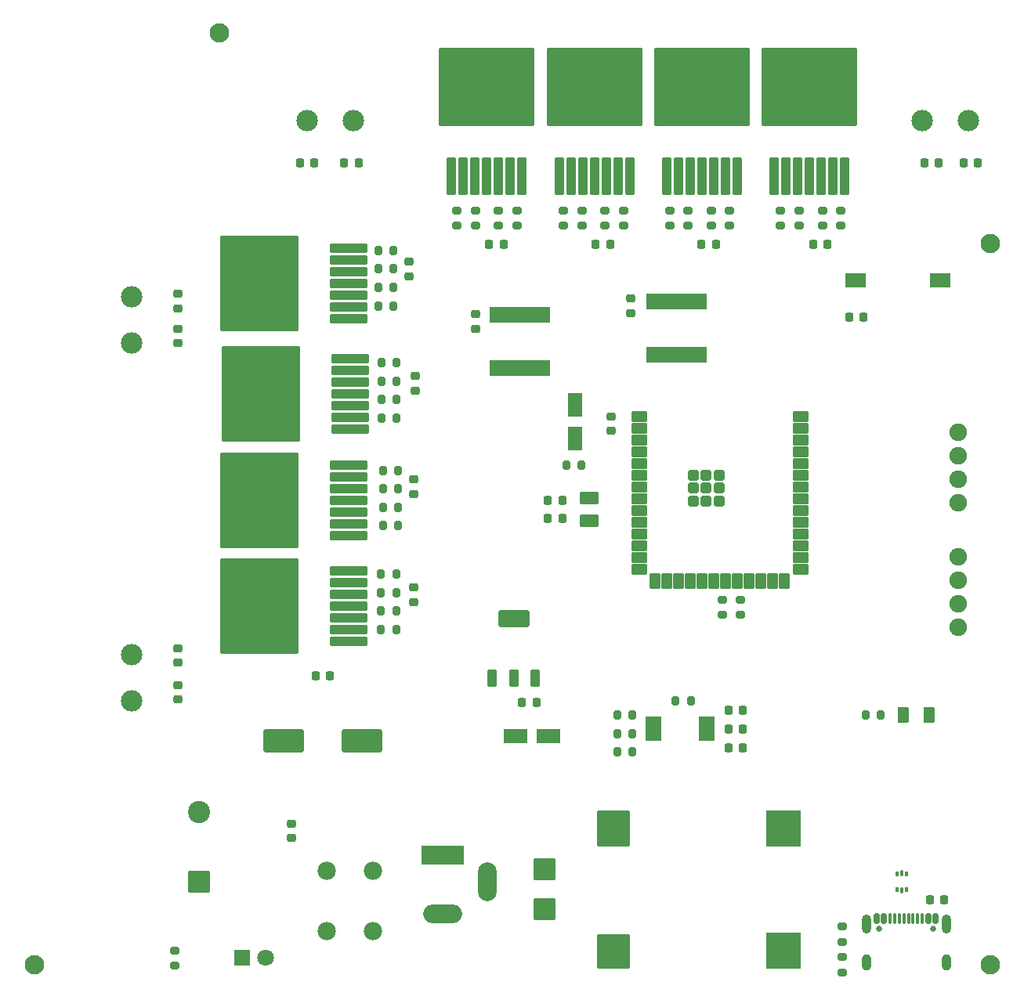
<source format=gts>
%TF.GenerationSoftware,KiCad,Pcbnew,9.0.4-9.0.4-0~ubuntu24.04.1*%
%TF.CreationDate,2025-09-30T13:12:32+03:00*%
%TF.ProjectId,Esp32-S3-WROOM-1U-N16R8_ controller,45737033-322d-4533-932d-57524f4f4d2d,VER 1.0.0*%
%TF.SameCoordinates,Original*%
%TF.FileFunction,Soldermask,Top*%
%TF.FilePolarity,Negative*%
%FSLAX46Y46*%
G04 Gerber Fmt 4.6, Leading zero omitted, Abs format (unit mm)*
G04 Created by KiCad (PCBNEW 9.0.4-9.0.4-0~ubuntu24.04.1) date 2025-09-30 13:12:32*
%MOMM*%
%LPD*%
G01*
G04 APERTURE LIST*
G04 Aperture macros list*
%AMRoundRect*
0 Rectangle with rounded corners*
0 $1 Rounding radius*
0 $2 $3 $4 $5 $6 $7 $8 $9 X,Y pos of 4 corners*
0 Add a 4 corners polygon primitive as box body*
4,1,4,$2,$3,$4,$5,$6,$7,$8,$9,$2,$3,0*
0 Add four circle primitives for the rounded corners*
1,1,$1+$1,$2,$3*
1,1,$1+$1,$4,$5*
1,1,$1+$1,$6,$7*
1,1,$1+$1,$8,$9*
0 Add four rect primitives between the rounded corners*
20,1,$1+$1,$2,$3,$4,$5,0*
20,1,$1+$1,$4,$5,$6,$7,0*
20,1,$1+$1,$6,$7,$8,$9,0*
20,1,$1+$1,$8,$9,$2,$3,0*%
G04 Aperture macros list end*
%ADD10RoundRect,0.200000X0.200000X0.275000X-0.200000X0.275000X-0.200000X-0.275000X0.200000X-0.275000X0*%
%ADD11C,1.905800*%
%ADD12RoundRect,0.225000X0.225000X0.250000X-0.225000X0.250000X-0.225000X-0.250000X0.225000X-0.250000X0*%
%ADD13RoundRect,0.200000X0.275000X-0.200000X0.275000X0.200000X-0.275000X0.200000X-0.275000X-0.200000X0*%
%ADD14RoundRect,0.102000X0.419100X-0.800100X0.419100X0.800100X-0.419100X0.800100X-0.419100X-0.800100X0*%
%ADD15RoundRect,0.102000X1.549400X-0.800100X1.549400X0.800100X-1.549400X0.800100X-1.549400X-0.800100X0*%
%ADD16RoundRect,0.200000X-0.200000X-0.275000X0.200000X-0.275000X0.200000X0.275000X-0.200000X0.275000X0*%
%ADD17RoundRect,0.225000X0.250000X-0.225000X0.250000X0.225000X-0.250000X0.225000X-0.250000X-0.225000X0*%
%ADD18R,4.600000X2.000000*%
%ADD19O,4.200000X2.000000*%
%ADD20O,2.000000X4.200000*%
%ADD21RoundRect,0.250000X0.375000X0.625000X-0.375000X0.625000X-0.375000X-0.625000X0.375000X-0.625000X0*%
%ADD22RoundRect,0.093750X0.093750X-0.156250X0.093750X0.156250X-0.093750X0.156250X-0.093750X-0.156250X0*%
%ADD23RoundRect,0.075000X0.075000X-0.250000X0.075000X0.250000X-0.075000X0.250000X-0.075000X-0.250000X0*%
%ADD24RoundRect,0.200000X-0.275000X0.200000X-0.275000X-0.200000X0.275000X-0.200000X0.275000X0.200000X0*%
%ADD25RoundRect,0.175050X0.991950X-1.051950X0.991950X1.051950X-0.991950X1.051950X-0.991950X-1.051950X0*%
%ADD26C,1.989000*%
%ADD27RoundRect,0.225000X-0.225000X-0.250000X0.225000X-0.250000X0.225000X0.250000X-0.225000X0.250000X0*%
%ADD28C,2.312200*%
%ADD29C,2.100000*%
%ADD30RoundRect,0.250000X0.550000X-1.050000X0.550000X1.050000X-0.550000X1.050000X-0.550000X-1.050000X0*%
%ADD31RoundRect,0.102000X1.905000X0.400000X-1.905000X0.400000X-1.905000X-0.400000X1.905000X-0.400000X0*%
%ADD32RoundRect,0.102000X4.145000X5.035000X-4.145000X5.035000X-4.145000X-5.035000X4.145000X-5.035000X0*%
%ADD33RoundRect,0.225000X-0.250000X0.225000X-0.250000X-0.225000X0.250000X-0.225000X0.250000X0.225000X0*%
%ADD34RoundRect,0.102000X-0.950000X0.550000X-0.950000X-0.550000X0.950000X-0.550000X0.950000X0.550000X0*%
%ADD35RoundRect,0.035000X1.715000X-1.782500X1.715000X1.782500X-1.715000X1.782500X-1.715000X-1.782500X0*%
%ADD36RoundRect,0.035000X1.715000X-1.873750X1.715000X1.873750X-1.715000X1.873750X-1.715000X-1.873750X0*%
%ADD37RoundRect,0.037500X1.837500X-1.871250X1.837500X1.871250X-1.837500X1.871250X-1.837500X-1.871250X0*%
%ADD38RoundRect,0.102000X0.400000X-1.905000X0.400000X1.905000X-0.400000X1.905000X-0.400000X-1.905000X0*%
%ADD39RoundRect,0.102000X5.035000X-4.145000X5.035000X4.145000X-5.035000X4.145000X-5.035000X-4.145000X0*%
%ADD40RoundRect,0.102000X-0.750000X-0.450000X0.750000X-0.450000X0.750000X0.450000X-0.750000X0.450000X0*%
%ADD41RoundRect,0.102000X-0.450000X-0.750000X0.450000X-0.750000X0.450000X0.750000X-0.450000X0.750000X0*%
%ADD42RoundRect,0.102000X-0.450000X-0.450000X0.450000X-0.450000X0.450000X0.450000X-0.450000X0.450000X0*%
%ADD43RoundRect,0.250001X0.949999X-0.949999X0.949999X0.949999X-0.949999X0.949999X-0.949999X-0.949999X0*%
%ADD44C,2.400000*%
%ADD45RoundRect,0.250000X1.950000X1.000000X-1.950000X1.000000X-1.950000X-1.000000X1.950000X-1.000000X0*%
%ADD46RoundRect,0.076750X0.230250X-0.810250X0.230250X0.810250X-0.230250X0.810250X-0.230250X-0.810250X0*%
%ADD47C,0.650000*%
%ADD48RoundRect,0.150000X-0.150000X-0.425000X0.150000X-0.425000X0.150000X0.425000X-0.150000X0.425000X0*%
%ADD49RoundRect,0.075000X-0.075000X-0.500000X0.075000X-0.500000X0.075000X0.500000X-0.075000X0.500000X0*%
%ADD50O,1.000000X2.100000*%
%ADD51O,1.000000X1.800000*%
%ADD52R,1.800000X1.800000*%
%ADD53C,1.800000*%
%ADD54R,2.180000X1.600000*%
%ADD55RoundRect,0.250000X1.050000X0.550000X-1.050000X0.550000X-1.050000X-0.550000X1.050000X-0.550000X0*%
%ADD56RoundRect,0.076750X-0.810250X-0.230250X0.810250X-0.230250X0.810250X0.230250X-0.810250X0.230250X0*%
G04 APERTURE END LIST*
D10*
%TO.C,R26*%
X126650000Y-91500000D03*
X125000000Y-91500000D03*
%TD*%
D11*
%TO.C,J8*%
X187336286Y-79743713D03*
X187336286Y-77203713D03*
X187336286Y-74663713D03*
X187336286Y-72123713D03*
%TD*%
%TO.C,J7*%
X187336286Y-93283713D03*
X187336286Y-90743713D03*
X187336286Y-88203713D03*
X187336286Y-85663713D03*
%TD*%
D12*
%TO.C,C31*%
X177111286Y-59743713D03*
X175561286Y-59743713D03*
%TD*%
D13*
%TO.C,R11*%
X160680000Y-49840000D03*
X160680000Y-48190000D03*
%TD*%
D14*
%TO.C,U14*%
X137024886Y-98743713D03*
X139336286Y-98743713D03*
X141647686Y-98743713D03*
D15*
X139336286Y-92342913D03*
%TD*%
D16*
%TO.C,R36*%
X125175000Y-76270000D03*
X126825000Y-76270000D03*
%TD*%
D10*
%TO.C,R37*%
X152161286Y-104743713D03*
X150511286Y-104743713D03*
%TD*%
D12*
%TO.C,C22*%
X164111286Y-102243713D03*
X162561286Y-102243713D03*
%TD*%
D17*
%TO.C,C20*%
X128500000Y-78820000D03*
X128500000Y-77270000D03*
%TD*%
D18*
%TO.C,J1*%
X131686286Y-117893713D03*
D19*
X131686286Y-124193713D03*
D20*
X136486286Y-120793713D03*
%TD*%
D21*
%TO.C,D3*%
X184236286Y-102743713D03*
X181436286Y-102743713D03*
%TD*%
D22*
%TO.C,U8*%
X180723786Y-121593713D03*
D23*
X181261286Y-121668713D03*
D22*
X181798786Y-121593713D03*
X181798786Y-119893713D03*
D23*
X181261286Y-119818713D03*
D22*
X180723786Y-119893713D03*
%TD*%
D13*
%TO.C,R9*%
X137680000Y-49840000D03*
X137680000Y-48190000D03*
%TD*%
D10*
%TO.C,R27*%
X126825000Y-82270000D03*
X125175000Y-82270000D03*
%TD*%
D13*
%TO.C,R13*%
X139680000Y-49840000D03*
X139680000Y-48190000D03*
%TD*%
D24*
%TO.C,R14*%
X151180000Y-48190000D03*
X151180000Y-49840000D03*
%TD*%
D12*
%TO.C,C33*%
X144571286Y-81503713D03*
X143021286Y-81503713D03*
%TD*%
D17*
%TO.C,C2*%
X152000000Y-59275000D03*
X152000000Y-57725000D03*
%TD*%
%TO.C,C24*%
X103000000Y-101050000D03*
X103000000Y-99500000D03*
%TD*%
D25*
%TO.C,D1*%
X142646286Y-123758713D03*
X142646286Y-119408713D03*
%TD*%
D17*
%TO.C,C26*%
X103000000Y-62500000D03*
X103000000Y-60950000D03*
%TD*%
D26*
%TO.C,X1*%
X124146286Y-126083713D03*
X119146286Y-126083713D03*
%TD*%
D27*
%TO.C,C11*%
X116225000Y-43000000D03*
X117775000Y-43000000D03*
%TD*%
D16*
%TO.C,R20*%
X150511286Y-102743713D03*
X152161286Y-102743713D03*
%TD*%
D10*
%TO.C,R21*%
X126660000Y-70640000D03*
X125010000Y-70640000D03*
%TD*%
D28*
%TO.C,J3*%
X188500000Y-38500000D03*
X183496200Y-38500000D03*
%TD*%
D10*
%TO.C,R25*%
X126650000Y-93500000D03*
X125000000Y-93500000D03*
%TD*%
D29*
%TO.C,REF4*%
X190836286Y-129743713D03*
%TD*%
D13*
%TO.C,R1*%
X133180000Y-49840000D03*
X133180000Y-48190000D03*
%TD*%
D30*
%TO.C,C29*%
X146000000Y-72800000D03*
X146000000Y-69200000D03*
%TD*%
D13*
%TO.C,R10*%
X149180000Y-49840000D03*
X149180000Y-48190000D03*
%TD*%
D31*
%TO.C,U13*%
X121500000Y-94800000D03*
X121500000Y-93530000D03*
X121500000Y-92260000D03*
X121500000Y-90990000D03*
X121500000Y-89720000D03*
X121500000Y-88450000D03*
X121500000Y-87180000D03*
D32*
X111840000Y-90990000D03*
%TD*%
D33*
%TO.C,C30*%
X149836286Y-70468713D03*
X149836286Y-72018713D03*
%TD*%
D34*
%TO.C,Y1*%
X147521286Y-79253713D03*
X147521286Y-81753713D03*
%TD*%
D35*
%TO.C,U2*%
X150086286Y-128313713D03*
D36*
X150086286Y-115039963D03*
D37*
X168461286Y-128222463D03*
X168461286Y-115039963D03*
%TD*%
D13*
%TO.C,R5*%
X156180000Y-49840000D03*
X156180000Y-48190000D03*
%TD*%
D38*
%TO.C,U5*%
X132610000Y-44500000D03*
X133880000Y-44500000D03*
X135150000Y-44500000D03*
X136420000Y-44500000D03*
X137690000Y-44500000D03*
X138960000Y-44500000D03*
X140230000Y-44500000D03*
D39*
X136420000Y-34840000D03*
%TD*%
D10*
%TO.C,R32*%
X126825000Y-78270000D03*
X125175000Y-78270000D03*
%TD*%
D24*
%TO.C,R39*%
X161836286Y-90243713D03*
X161836286Y-91893713D03*
%TD*%
D12*
%TO.C,C16*%
X164111286Y-104243713D03*
X162561286Y-104243713D03*
%TD*%
%TO.C,C12*%
X189500000Y-43000000D03*
X187950000Y-43000000D03*
%TD*%
D13*
%TO.C,R12*%
X172680000Y-49840000D03*
X172680000Y-48190000D03*
%TD*%
D16*
%TO.C,R19*%
X150511286Y-106743713D03*
X152161286Y-106743713D03*
%TD*%
D38*
%TO.C,U4*%
X167500000Y-44500000D03*
X168770000Y-44500000D03*
X170040000Y-44500000D03*
X171310000Y-44500000D03*
X172580000Y-44500000D03*
X173850000Y-44500000D03*
X175120000Y-44500000D03*
D39*
X171310000Y-34840000D03*
%TD*%
D16*
%TO.C,R34*%
X124675000Y-52500000D03*
X126325000Y-52500000D03*
%TD*%
D40*
%TO.C,U15*%
X152871286Y-70483713D03*
X152871286Y-71753713D03*
X152871286Y-73023713D03*
X152871286Y-74293713D03*
X152871286Y-75563713D03*
X152871286Y-76833713D03*
X152871286Y-78103713D03*
X152871286Y-79373713D03*
X152871286Y-80643713D03*
X152871286Y-81913713D03*
X152871286Y-83183713D03*
X152871286Y-84453713D03*
X152871286Y-85723713D03*
X152871286Y-86993713D03*
D41*
X154636286Y-88243713D03*
X155906286Y-88243713D03*
X157176286Y-88243713D03*
X158446286Y-88243713D03*
X159716286Y-88243713D03*
X160986286Y-88243713D03*
X162256286Y-88243713D03*
X163526286Y-88243713D03*
X164796286Y-88243713D03*
X166066286Y-88243713D03*
X167336286Y-88243713D03*
X168606286Y-88243713D03*
D40*
X170371286Y-86993713D03*
X170371286Y-85723713D03*
X170371286Y-84453713D03*
X170371286Y-83183713D03*
X170371286Y-81913713D03*
X170371286Y-80643713D03*
X170371286Y-79373713D03*
X170371286Y-78103713D03*
X170371286Y-76833713D03*
X170371286Y-75563713D03*
X170371286Y-74293713D03*
X170371286Y-73023713D03*
X170371286Y-71753713D03*
X170371286Y-70483713D03*
D42*
X158721286Y-76803713D03*
X160121286Y-76803713D03*
X161521286Y-76803713D03*
X158721286Y-78203713D03*
X160121286Y-78203713D03*
X161521286Y-78203713D03*
X158721286Y-79603713D03*
X160121286Y-79603713D03*
X161521286Y-79603713D03*
%TD*%
D28*
%TO.C,J6*%
X98000000Y-57496200D03*
X98000000Y-62500000D03*
%TD*%
D10*
%TO.C,R28*%
X126825000Y-80270000D03*
X125175000Y-80270000D03*
%TD*%
D17*
%TO.C,C18*%
X128000000Y-55275000D03*
X128000000Y-53725000D03*
%TD*%
D31*
%TO.C,U12*%
X121660000Y-71810000D03*
X121660000Y-70540000D03*
X121660000Y-69270000D03*
X121660000Y-68000000D03*
X121660000Y-66730000D03*
X121660000Y-65460000D03*
X121660000Y-64190000D03*
D32*
X112000000Y-68000000D03*
%TD*%
D16*
%TO.C,R38*%
X156836286Y-101243713D03*
X158486286Y-101243713D03*
%TD*%
D10*
%TO.C,R23*%
X126325000Y-58500000D03*
X124675000Y-58500000D03*
%TD*%
%TO.C,R42*%
X146661286Y-75743713D03*
X145011286Y-75743713D03*
%TD*%
%TO.C,R24*%
X126325000Y-56500000D03*
X124675000Y-56500000D03*
%TD*%
D24*
%TO.C,R16*%
X174680000Y-48190000D03*
X174680000Y-49840000D03*
%TD*%
D27*
%TO.C,C13*%
X183725000Y-43000000D03*
X185275000Y-43000000D03*
%TD*%
D26*
%TO.C,X2*%
X124146286Y-119533713D03*
X119146286Y-119533713D03*
%TD*%
D28*
%TO.C,J5*%
X98000000Y-96166500D03*
X98000000Y-101170300D03*
%TD*%
D43*
%TO.C,C1*%
X105336286Y-120743713D03*
D44*
X105336286Y-113243713D03*
%TD*%
D13*
%TO.C,R40*%
X163836286Y-91893713D03*
X163836286Y-90243713D03*
%TD*%
D29*
%TO.C,REF2*%
X107500000Y-29000000D03*
%TD*%
D10*
%TO.C,R30*%
X126325000Y-54500000D03*
X124675000Y-54500000D03*
%TD*%
D33*
%TO.C,C25*%
X103000000Y-57215000D03*
X103000000Y-58765000D03*
%TD*%
D27*
%TO.C,C5*%
X148180000Y-51840000D03*
X149730000Y-51840000D03*
%TD*%
D45*
%TO.C,C8*%
X122900000Y-105500000D03*
X114500000Y-105500000D03*
%TD*%
D27*
%TO.C,C27*%
X140236286Y-101342913D03*
X141786286Y-101342913D03*
%TD*%
%TO.C,C6*%
X159630000Y-51840000D03*
X161180000Y-51840000D03*
%TD*%
D46*
%TO.C,U1*%
X154000000Y-63780000D03*
X154650000Y-63780000D03*
X155300000Y-63780000D03*
X155950000Y-63780000D03*
X156600000Y-63780000D03*
X157250000Y-63780000D03*
X157900000Y-63780000D03*
X158550000Y-63780000D03*
X159200000Y-63780000D03*
X159850000Y-63780000D03*
X159850000Y-58040000D03*
X159200000Y-58040000D03*
X158550000Y-58040000D03*
X157900000Y-58040000D03*
X157250000Y-58040000D03*
X156600000Y-58040000D03*
X155950000Y-58040000D03*
X155300000Y-58040000D03*
X154650000Y-58040000D03*
X154000000Y-58040000D03*
%TD*%
D10*
%TO.C,R22*%
X126660000Y-68640000D03*
X125010000Y-68640000D03*
%TD*%
D13*
%TO.C,R43*%
X102675000Y-129825000D03*
X102675000Y-128175000D03*
%TD*%
D31*
%TO.C,U10*%
X121500000Y-59910000D03*
X121500000Y-58640000D03*
X121500000Y-57370000D03*
X121500000Y-56100000D03*
X121500000Y-54830000D03*
X121500000Y-53560000D03*
X121500000Y-52290000D03*
D32*
X111840000Y-56100000D03*
%TD*%
D17*
%TO.C,C17*%
X128660000Y-67640000D03*
X128660000Y-66090000D03*
%TD*%
D29*
%TO.C,REF3*%
X87500000Y-129743713D03*
%TD*%
D12*
%TO.C,C21*%
X164111286Y-106243713D03*
X162561286Y-106243713D03*
%TD*%
D13*
%TO.C,R3*%
X144680000Y-49840000D03*
X144680000Y-48190000D03*
%TD*%
D17*
%TO.C,C19*%
X128500000Y-90500000D03*
X128500000Y-88950000D03*
%TD*%
D13*
%TO.C,R4*%
X146680000Y-49840000D03*
X146680000Y-48190000D03*
%TD*%
%TO.C,R15*%
X162680000Y-49840000D03*
X162680000Y-48190000D03*
%TD*%
D10*
%TO.C,R33*%
X126660000Y-64640000D03*
X125010000Y-64640000D03*
%TD*%
D13*
%TO.C,R6*%
X158180000Y-49840000D03*
X158180000Y-48190000D03*
%TD*%
D47*
%TO.C,J4*%
X178846286Y-125818713D03*
X184626286Y-125818713D03*
D48*
X178536286Y-124743713D03*
X179336286Y-124743713D03*
D49*
X180486286Y-124743713D03*
X181486286Y-124743713D03*
X181986286Y-124743713D03*
X182986286Y-124743713D03*
D48*
X184136286Y-124743713D03*
X184936286Y-124743713D03*
X184936286Y-124743713D03*
X184136286Y-124743713D03*
D49*
X183486286Y-124743713D03*
X182486286Y-124743713D03*
X180986286Y-124743713D03*
X179986286Y-124743713D03*
D48*
X179336286Y-124743713D03*
X178536286Y-124743713D03*
D50*
X177416286Y-125318713D03*
D51*
X177416286Y-129498713D03*
D50*
X186056286Y-125318713D03*
D51*
X186056286Y-129498713D03*
%TD*%
D16*
%TO.C,R41*%
X177336286Y-102743713D03*
X178986286Y-102743713D03*
%TD*%
D31*
%TO.C,U11*%
X121500000Y-83310000D03*
X121500000Y-82040000D03*
X121500000Y-80770000D03*
X121500000Y-79500000D03*
X121500000Y-78230000D03*
X121500000Y-76960000D03*
X121500000Y-75690000D03*
D32*
X111840000Y-79500000D03*
%TD*%
D13*
%TO.C,R17*%
X174836286Y-130568713D03*
X174836286Y-128918713D03*
%TD*%
D29*
%TO.C,REF2*%
X190836286Y-51743713D03*
%TD*%
D38*
%TO.C,U6*%
X155870000Y-44500000D03*
X157140000Y-44500000D03*
X158410000Y-44500000D03*
X159680000Y-44500000D03*
X160950000Y-44500000D03*
X162220000Y-44500000D03*
X163490000Y-44500000D03*
D39*
X159680000Y-34840000D03*
%TD*%
D13*
%TO.C,R2*%
X135180000Y-49840000D03*
X135180000Y-48190000D03*
%TD*%
D28*
%TO.C,J2*%
X122000000Y-38500000D03*
X116996200Y-38500000D03*
%TD*%
D17*
%TO.C,C15*%
X135195000Y-60960000D03*
X135195000Y-59410000D03*
%TD*%
D52*
%TO.C,D2*%
X110000000Y-129000000D03*
D53*
X112540000Y-129000000D03*
%TD*%
D27*
%TO.C,C9*%
X117950000Y-98500000D03*
X119500000Y-98500000D03*
%TD*%
%TO.C,C14*%
X184286286Y-122743713D03*
X185836286Y-122743713D03*
%TD*%
D10*
%TO.C,R29*%
X126660000Y-66640000D03*
X125010000Y-66640000D03*
%TD*%
D12*
%TO.C,C10*%
X122550000Y-43000000D03*
X121000000Y-43000000D03*
%TD*%
D54*
%TO.C,SW1*%
X185426286Y-55743713D03*
X176246286Y-55743713D03*
%TD*%
D10*
%TO.C,R35*%
X126650000Y-87500000D03*
X125000000Y-87500000D03*
%TD*%
D55*
%TO.C,C28*%
X143086286Y-105000000D03*
X139486286Y-105000000D03*
%TD*%
D10*
%TO.C,R31*%
X126650000Y-89500000D03*
X125000000Y-89500000D03*
%TD*%
D33*
%TO.C,C23*%
X103000000Y-95500000D03*
X103000000Y-97050000D03*
%TD*%
D13*
%TO.C,R18*%
X174836286Y-127243713D03*
X174836286Y-125593713D03*
%TD*%
D46*
%TO.C,U7*%
X137050000Y-65240000D03*
X137700000Y-65240000D03*
X138350000Y-65240000D03*
X139000000Y-65240000D03*
X139650000Y-65240000D03*
X140300000Y-65240000D03*
X140950000Y-65240000D03*
X141600000Y-65240000D03*
X142250000Y-65240000D03*
X142900000Y-65240000D03*
X142900000Y-59500000D03*
X142250000Y-59500000D03*
X141600000Y-59500000D03*
X140950000Y-59500000D03*
X140300000Y-59500000D03*
X139650000Y-59500000D03*
X139000000Y-59500000D03*
X138350000Y-59500000D03*
X137700000Y-59500000D03*
X137050000Y-59500000D03*
%TD*%
D27*
%TO.C,C7*%
X171680000Y-51840000D03*
X173230000Y-51840000D03*
%TD*%
D13*
%TO.C,R7*%
X168180000Y-49840000D03*
X168180000Y-48190000D03*
%TD*%
D33*
%TO.C,C3*%
X115336286Y-114468713D03*
X115336286Y-116018713D03*
%TD*%
D27*
%TO.C,C4*%
X136680000Y-51840000D03*
X138230000Y-51840000D03*
%TD*%
D12*
%TO.C,C32*%
X144571286Y-79503713D03*
X143021286Y-79503713D03*
%TD*%
D13*
%TO.C,R8*%
X170180000Y-49840000D03*
X170180000Y-48190000D03*
%TD*%
D56*
%TO.C,U9*%
X154466286Y-103268713D03*
X154466286Y-103918713D03*
X154466286Y-104568713D03*
X154466286Y-105218713D03*
X160206286Y-105218713D03*
X160206286Y-104568713D03*
X160206286Y-103918713D03*
X160206286Y-103268713D03*
%TD*%
D38*
%TO.C,U3*%
X144240000Y-44500000D03*
X145510000Y-44500000D03*
X146780000Y-44500000D03*
X148050000Y-44500000D03*
X149320000Y-44500000D03*
X150590000Y-44500000D03*
X151860000Y-44500000D03*
D39*
X148050000Y-34840000D03*
%TD*%
M02*

</source>
